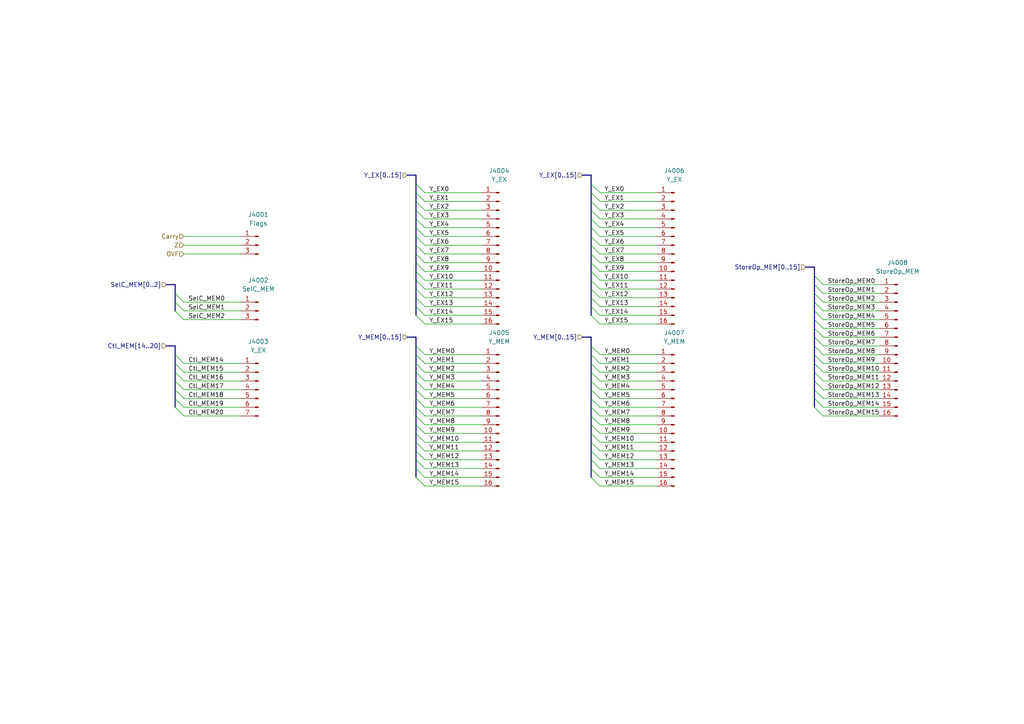
<source format=kicad_sch>
(kicad_sch (version 20211123) (generator eeschema)
  (paper "A4")
  (title_block (title "Turtle16: EX Module Outputs") (date "2022-04-13") (rev "A (7ac7a3cb)"))
  (lib_symbols
    (symbol "Connector:Conn_01x03_Male" (pin_names (offset 1.016) hide)
      (property "Reference" "J" (at 0 5.08 0))
      (property "Value" "Conn_01x03_Male" (at 0 -5.08 0))
      (symbol "Conn_01x03_Male_1_1"
        (polyline (pts (xy 1.27 -2.54) (xy 0.8636 -2.54)) (stroke (width 0.1524)))
        (polyline (pts (xy 1.27 0) (xy 0.8636 0)) (stroke (width 0.1524)))
        (polyline (pts (xy 1.27 2.54) (xy 0.8636 2.54)) (stroke (width 0.1524)))
        (rectangle (start 0.8636 -2.413) (end 0 -2.667) (stroke (width 0.1524)) (fill (type outline)))
        (rectangle (start 0.8636 0.127) (end 0 -0.127) (stroke (width 0.1524)) (fill (type outline)))
        (rectangle (start 0.8636 2.667) (end 0 2.413) (stroke (width 0.1524)) (fill (type outline)))
        (pin passive line (at 5.08 2.54 180) (length 3.81) (name "Pin_1") (number "1"))
        (pin passive line (at 5.08 0 180) (length 3.81) (name "Pin_2") (number "2"))
        (pin passive line (at 5.08 -2.54 180) (length 3.81) (name "Pin_3") (number "3"))
      )
    )
    (symbol "Connector:Conn_01x07_Male" (pin_names (offset 1.016) hide)
      (property "Reference" "J" (at 0 10.16 0))
      (property "Value" "Conn_01x07_Male" (at 0 -10.16 0))
      (symbol "Conn_01x07_Male_1_1"
        (polyline (pts (xy 1.27 -7.62) (xy 0.8636 -7.62)) (stroke (width 0.1524)))
        (polyline (pts (xy 1.27 -5.08) (xy 0.8636 -5.08)) (stroke (width 0.1524)))
        (polyline (pts (xy 1.27 -2.54) (xy 0.8636 -2.54)) (stroke (width 0.1524)))
        (polyline (pts (xy 1.27 0) (xy 0.8636 0)) (stroke (width 0.1524)))
        (polyline (pts (xy 1.27 2.54) (xy 0.8636 2.54)) (stroke (width 0.1524)))
        (polyline (pts (xy 1.27 5.08) (xy 0.8636 5.08)) (stroke (width 0.1524)))
        (polyline (pts (xy 1.27 7.62) (xy 0.8636 7.62)) (stroke (width 0.1524)))
        (rectangle (start 0.8636 -7.493) (end 0 -7.747) (stroke (width 0.1524)) (fill (type outline)))
        (rectangle (start 0.8636 -4.953) (end 0 -5.207) (stroke (width 0.1524)) (fill (type outline)))
        (rectangle (start 0.8636 -2.413) (end 0 -2.667) (stroke (width 0.1524)) (fill (type outline)))
        (rectangle (start 0.8636 0.127) (end 0 -0.127) (stroke (width 0.1524)) (fill (type outline)))
        (rectangle (start 0.8636 2.667) (end 0 2.413) (stroke (width 0.1524)) (fill (type outline)))
        (rectangle (start 0.8636 5.207) (end 0 4.953) (stroke (width 0.1524)) (fill (type outline)))
        (rectangle (start 0.8636 7.747) (end 0 7.493) (stroke (width 0.1524)) (fill (type outline)))
        (pin passive line (at 5.08 7.62 180) (length 3.81) (name "Pin_1") (number "1"))
        (pin passive line (at 5.08 5.08 180) (length 3.81) (name "Pin_2") (number "2"))
        (pin passive line (at 5.08 2.54 180) (length 3.81) (name "Pin_3") (number "3"))
        (pin passive line (at 5.08 0 180) (length 3.81) (name "Pin_4") (number "4"))
        (pin passive line (at 5.08 -2.54 180) (length 3.81) (name "Pin_5") (number "5"))
        (pin passive line (at 5.08 -5.08 180) (length 3.81) (name "Pin_6") (number "6"))
        (pin passive line (at 5.08 -7.62 180) (length 3.81) (name "Pin_7") (number "7"))
      )
    )
    (symbol "Connector:Conn_01x16_Male" (pin_names (offset 1.016) hide)
      (property "Reference" "J" (at 0 20.32 0))
      (property "Value" "Conn_01x16_Male" (at 0 -22.86 0))
      (symbol "Conn_01x16_Male_1_1"
        (polyline (pts (xy 1.27 -20.32) (xy 0.8636 -20.32)) (stroke (width 0.1524)))
        (polyline (pts (xy 1.27 -17.78) (xy 0.8636 -17.78)) (stroke (width 0.1524)))
        (polyline (pts (xy 1.27 -15.24) (xy 0.8636 -15.24)) (stroke (width 0.1524)))
        (polyline (pts (xy 1.27 -12.7) (xy 0.8636 -12.7)) (stroke (width 0.1524)))
        (polyline (pts (xy 1.27 -10.16) (xy 0.8636 -10.16)) (stroke (width 0.1524)))
        (polyline (pts (xy 1.27 -7.62) (xy 0.8636 -7.62)) (stroke (width 0.1524)))
        (polyline (pts (xy 1.27 -5.08) (xy 0.8636 -5.08)) (stroke (width 0.1524)))
        (polyline (pts (xy 1.27 -2.54) (xy 0.8636 -2.54)) (stroke (width 0.1524)))
        (polyline (pts (xy 1.27 0) (xy 0.8636 0)) (stroke (width 0.1524)))
        (polyline (pts (xy 1.27 2.54) (xy 0.8636 2.54)) (stroke (width 0.1524)))
        (polyline (pts (xy 1.27 5.08) (xy 0.8636 5.08)) (stroke (width 0.1524)))
        (polyline (pts (xy 1.27 7.62) (xy 0.8636 7.62)) (stroke (width 0.1524)))
        (polyline (pts (xy 1.27 10.16) (xy 0.8636 10.16)) (stroke (width 0.1524)))
        (polyline (pts (xy 1.27 12.7) (xy 0.8636 12.7)) (stroke (width 0.1524)))
        (polyline (pts (xy 1.27 15.24) (xy 0.8636 15.24)) (stroke (width 0.1524)))
        (polyline (pts (xy 1.27 17.78) (xy 0.8636 17.78)) (stroke (width 0.1524)))
        (rectangle (start 0.8636 -20.193) (end 0 -20.447) (stroke (width 0.1524)) (fill (type outline)))
        (rectangle (start 0.8636 -17.653) (end 0 -17.907) (stroke (width 0.1524)) (fill (type outline)))
        (rectangle (start 0.8636 -15.113) (end 0 -15.367) (stroke (width 0.1524)) (fill (type outline)))
        (rectangle (start 0.8636 -12.573) (end 0 -12.827) (stroke (width 0.1524)) (fill (type outline)))
        (rectangle (start 0.8636 -10.033) (end 0 -10.287) (stroke (width 0.1524)) (fill (type outline)))
        (rectangle (start 0.8636 -7.493) (end 0 -7.747) (stroke (width 0.1524)) (fill (type outline)))
        (rectangle (start 0.8636 -4.953) (end 0 -5.207) (stroke (width 0.1524)) (fill (type outline)))
        (rectangle (start 0.8636 -2.413) (end 0 -2.667) (stroke (width 0.1524)) (fill (type outline)))
        (rectangle (start 0.8636 0.127) (end 0 -0.127) (stroke (width 0.1524)) (fill (type outline)))
        (rectangle (start 0.8636 2.667) (end 0 2.413) (stroke (width 0.1524)) (fill (type outline)))
        (rectangle (start 0.8636 5.207) (end 0 4.953) (stroke (width 0.1524)) (fill (type outline)))
        (rectangle (start 0.8636 7.747) (end 0 7.493) (stroke (width 0.1524)) (fill (type outline)))
        (rectangle (start 0.8636 10.287) (end 0 10.033) (stroke (width 0.1524)) (fill (type outline)))
        (rectangle (start 0.8636 12.827) (end 0 12.573) (stroke (width 0.1524)) (fill (type outline)))
        (rectangle (start 0.8636 15.367) (end 0 15.113) (stroke (width 0.1524)) (fill (type outline)))
        (rectangle (start 0.8636 17.907) (end 0 17.653) (stroke (width 0.1524)) (fill (type outline)))
        (pin passive line (at 5.08 17.78 180) (length 3.81) (name "Pin_1") (number "1"))
        (pin passive line (at 5.08 -5.08 180) (length 3.81) (name "Pin_10") (number "10"))
        (pin passive line (at 5.08 -7.62 180) (length 3.81) (name "Pin_11") (number "11"))
        (pin passive line (at 5.08 -10.16 180) (length 3.81) (name "Pin_12") (number "12"))
        (pin passive line (at 5.08 -12.7 180) (length 3.81) (name "Pin_13") (number "13"))
        (pin passive line (at 5.08 -15.24 180) (length 3.81) (name "Pin_14") (number "14"))
        (pin passive line (at 5.08 -17.78 180) (length 3.81) (name "Pin_15") (number "15"))
        (pin passive line (at 5.08 -20.32 180) (length 3.81) (name "Pin_16") (number "16"))
        (pin passive line (at 5.08 15.24 180) (length 3.81) (name "Pin_2") (number "2"))
        (pin passive line (at 5.08 12.7 180) (length 3.81) (name "Pin_3") (number "3"))
        (pin passive line (at 5.08 10.16 180) (length 3.81) (name "Pin_4") (number "4"))
        (pin passive line (at 5.08 7.62 180) (length 3.81) (name "Pin_5") (number "5"))
        (pin passive line (at 5.08 5.08 180) (length 3.81) (name "Pin_6") (number "6"))
        (pin passive line (at 5.08 2.54 180) (length 3.81) (name "Pin_7") (number "7"))
        (pin passive line (at 5.08 0 180) (length 3.81) (name "Pin_8") (number "8"))
        (pin passive line (at 5.08 -2.54 180) (length 3.81) (name "Pin_9") (number "9"))
      )
    )
  )
  (bus_entry (at 50.8 102.87) (size 2.54 2.54))
  (bus_entry (at 171.45 135.89) (size 2.54 2.54))
  (bus_entry (at 236.22 107.95) (size 2.54 2.54))
  (bus_entry (at 171.45 91.44) (size 2.54 2.54))
  (bus_entry (at 236.22 90.17) (size 2.54 2.54))
  (bus_entry (at 120.65 110.49) (size 2.54 2.54))
  (bus_entry (at 171.45 78.74) (size 2.54 2.54))
  (bus_entry (at 236.22 80.01) (size 2.54 2.54))
  (bus_entry (at 236.22 100.33) (size 2.54 2.54))
  (bus_entry (at 120.65 105.41) (size 2.54 2.54))
  (bus_entry (at 120.65 60.96) (size 2.54 2.54))
  (bus_entry (at 120.65 63.5) (size 2.54 2.54))
  (bus_entry (at 120.65 81.28) (size 2.54 2.54))
  (bus_entry (at 236.22 102.87) (size 2.54 2.54))
  (bus_entry (at 171.45 58.42) (size 2.54 2.54))
  (bus_entry (at 120.65 78.74) (size 2.54 2.54))
  (bus_entry (at 236.22 97.79) (size 2.54 2.54))
  (bus_entry (at 171.45 123.19) (size 2.54 2.54))
  (bus_entry (at 50.8 90.17) (size 2.54 2.54))
  (bus_entry (at 120.65 91.44) (size 2.54 2.54))
  (bus_entry (at 120.65 53.34) (size 2.54 2.54))
  (bus_entry (at 171.45 71.12) (size 2.54 2.54))
  (bus_entry (at 236.22 85.09) (size 2.54 2.54))
  (bus_entry (at 120.65 83.82) (size 2.54 2.54))
  (bus_entry (at 120.65 66.04) (size 2.54 2.54))
  (bus_entry (at 236.22 87.63) (size 2.54 2.54))
  (bus_entry (at 120.65 100.33) (size 2.54 2.54))
  (bus_entry (at 120.65 76.2) (size 2.54 2.54))
  (bus_entry (at 171.45 118.11) (size 2.54 2.54))
  (bus_entry (at 171.45 130.81) (size 2.54 2.54))
  (bus_entry (at 171.45 105.41) (size 2.54 2.54))
  (bus_entry (at 50.8 105.41) (size 2.54 2.54))
  (bus_entry (at 171.45 88.9) (size 2.54 2.54))
  (bus_entry (at 171.45 73.66) (size 2.54 2.54))
  (bus_entry (at 171.45 66.04) (size 2.54 2.54))
  (bus_entry (at 171.45 53.34) (size 2.54 2.54))
  (bus_entry (at 236.22 105.41) (size 2.54 2.54))
  (bus_entry (at 120.65 55.88) (size 2.54 2.54))
  (bus_entry (at 120.65 128.27) (size 2.54 2.54))
  (bus_entry (at 50.8 115.57) (size 2.54 2.54))
  (bus_entry (at 171.45 86.36) (size 2.54 2.54))
  (bus_entry (at 171.45 81.28) (size 2.54 2.54))
  (bus_entry (at 171.45 100.33) (size 2.54 2.54))
  (bus_entry (at 120.65 86.36) (size 2.54 2.54))
  (bus_entry (at 50.8 87.63) (size 2.54 2.54))
  (bus_entry (at 120.65 107.95) (size 2.54 2.54))
  (bus_entry (at 120.65 120.65) (size 2.54 2.54))
  (bus_entry (at 171.45 102.87) (size 2.54 2.54))
  (bus_entry (at 236.22 115.57) (size 2.54 2.54))
  (bus_entry (at 50.8 85.09) (size 2.54 2.54))
  (bus_entry (at 171.45 115.57) (size 2.54 2.54))
  (bus_entry (at 236.22 95.25) (size 2.54 2.54))
  (bus_entry (at 171.45 133.35) (size 2.54 2.54))
  (bus_entry (at 171.45 68.58) (size 2.54 2.54))
  (bus_entry (at 50.8 118.11) (size 2.54 2.54))
  (bus_entry (at 171.45 110.49) (size 2.54 2.54))
  (bus_entry (at 171.45 128.27) (size 2.54 2.54))
  (bus_entry (at 50.8 110.49) (size 2.54 2.54))
  (bus_entry (at 120.65 138.43) (size 2.54 2.54))
  (bus_entry (at 171.45 138.43) (size 2.54 2.54))
  (bus_entry (at 236.22 110.49) (size 2.54 2.54))
  (bus_entry (at 50.8 113.03) (size 2.54 2.54))
  (bus_entry (at 120.65 113.03) (size 2.54 2.54))
  (bus_entry (at 236.22 118.11) (size 2.54 2.54))
  (bus_entry (at 120.65 58.42) (size 2.54 2.54))
  (bus_entry (at 171.45 63.5) (size 2.54 2.54))
  (bus_entry (at 120.65 123.19) (size 2.54 2.54))
  (bus_entry (at 120.65 71.12) (size 2.54 2.54))
  (bus_entry (at 171.45 120.65) (size 2.54 2.54))
  (bus_entry (at 120.65 118.11) (size 2.54 2.54))
  (bus_entry (at 120.65 115.57) (size 2.54 2.54))
  (bus_entry (at 50.8 107.95) (size 2.54 2.54))
  (bus_entry (at 120.65 88.9) (size 2.54 2.54))
  (bus_entry (at 236.22 113.03) (size 2.54 2.54))
  (bus_entry (at 171.45 60.96) (size 2.54 2.54))
  (bus_entry (at 171.45 83.82) (size 2.54 2.54))
  (bus_entry (at 236.22 82.55) (size 2.54 2.54))
  (bus_entry (at 171.45 125.73) (size 2.54 2.54))
  (bus_entry (at 120.65 73.66) (size 2.54 2.54))
  (bus_entry (at 236.22 92.71) (size 2.54 2.54))
  (bus_entry (at 120.65 125.73) (size 2.54 2.54))
  (bus_entry (at 171.45 76.2) (size 2.54 2.54))
  (bus_entry (at 120.65 133.35) (size 2.54 2.54))
  (bus_entry (at 171.45 55.88) (size 2.54 2.54))
  (bus_entry (at 120.65 68.58) (size 2.54 2.54))
  (bus_entry (at 171.45 113.03) (size 2.54 2.54))
  (bus_entry (at 120.65 130.81) (size 2.54 2.54))
  (bus_entry (at 171.45 107.95) (size 2.54 2.54))
  (bus_entry (at 120.65 135.89) (size 2.54 2.54))
  (bus_entry (at 120.65 102.87) (size 2.54 2.54))
  (bus (pts (xy 120.65 55.88) (xy 120.65 58.42)))
  (wire (pts (xy 173.99 88.9) (xy 190.5 88.9)))
  (bus (pts (xy 171.45 63.5) (xy 171.45 66.04)))
  (wire (pts (xy 123.19 86.36) (xy 139.7 86.36)))
  (wire (pts (xy 173.99 60.96) (xy 190.5 60.96)))
  (wire (pts (xy 173.99 86.36) (xy 190.5 86.36)))
  (bus (pts (xy 120.65 105.41) (xy 120.65 107.95)))
  (wire (pts (xy 173.99 76.2) (xy 190.5 76.2)))
  (bus (pts (xy 236.22 92.71) (xy 236.22 95.25)))
  (bus (pts (xy 120.65 110.49) (xy 120.65 113.03)))
  (bus (pts (xy 120.65 133.35) (xy 120.65 135.89)))
  (wire (pts (xy 123.19 78.74) (xy 139.7 78.74)))
  (bus (pts (xy 236.22 102.87) (xy 236.22 105.41)))
  (wire (pts (xy 173.99 73.66) (xy 190.5 73.66)))
  (wire (pts (xy 123.19 81.28) (xy 139.7 81.28)))
  (wire (pts (xy 53.34 68.58) (xy 69.85 68.58)))
  (wire (pts (xy 123.19 66.04) (xy 139.7 66.04)))
  (wire (pts (xy 123.19 88.9) (xy 139.7 88.9)))
  (bus (pts (xy 171.45 60.96) (xy 171.45 63.5)))
  (wire (pts (xy 123.19 102.87) (xy 139.7 102.87)))
  (bus (pts (xy 50.8 85.09) (xy 50.8 87.63)))
  (wire (pts (xy 53.34 92.71) (xy 69.85 92.71)))
  (bus (pts (xy 236.22 90.17) (xy 236.22 92.71)))
  (bus (pts (xy 120.65 130.81) (xy 120.65 133.35)))
  (bus (pts (xy 171.45 135.89) (xy 171.45 138.43)))
  (wire (pts (xy 238.76 110.49) (xy 255.27 110.49)))
  (wire (pts (xy 173.99 78.74) (xy 190.5 78.74)))
  (bus (pts (xy 171.45 113.03) (xy 171.45 115.57)))
  (wire (pts (xy 238.76 118.11) (xy 255.27 118.11)))
  (bus (pts (xy 236.22 95.25) (xy 236.22 97.79)))
  (bus (pts (xy 118.11 97.79) (xy 120.65 97.79)))
  (wire (pts (xy 123.19 91.44) (xy 139.7 91.44)))
  (wire (pts (xy 123.19 130.81) (xy 139.7 130.81)))
  (bus (pts (xy 171.45 97.79) (xy 171.45 100.33)))
  (wire (pts (xy 173.99 118.11) (xy 190.5 118.11)))
  (wire (pts (xy 173.99 93.98) (xy 190.5 93.98)))
  (wire (pts (xy 123.19 120.65) (xy 139.7 120.65)))
  (wire (pts (xy 173.99 130.81) (xy 190.5 130.81)))
  (wire (pts (xy 238.76 115.57) (xy 255.27 115.57)))
  (bus (pts (xy 233.68 77.47) (xy 236.22 77.47)))
  (bus (pts (xy 171.45 130.81) (xy 171.45 133.35)))
  (bus (pts (xy 50.8 82.55) (xy 50.8 85.09)))
  (wire (pts (xy 53.34 87.63) (xy 69.85 87.63)))
  (wire (pts (xy 238.76 82.55) (xy 255.27 82.55)))
  (wire (pts (xy 238.76 90.17) (xy 255.27 90.17)))
  (bus (pts (xy 236.22 107.95) (xy 236.22 110.49)))
  (wire (pts (xy 238.76 102.87) (xy 255.27 102.87)))
  (wire (pts (xy 238.76 100.33) (xy 255.27 100.33)))
  (wire (pts (xy 53.34 120.65) (xy 69.85 120.65)))
  (wire (pts (xy 123.19 71.12) (xy 139.7 71.12)))
  (wire (pts (xy 123.19 118.11) (xy 139.7 118.11)))
  (wire (pts (xy 173.99 81.28) (xy 190.5 81.28)))
  (wire (pts (xy 238.76 107.95) (xy 255.27 107.95)))
  (bus (pts (xy 120.65 71.12) (xy 120.65 73.66)))
  (wire (pts (xy 53.34 118.11) (xy 69.85 118.11)))
  (wire (pts (xy 123.19 115.57) (xy 139.7 115.57)))
  (bus (pts (xy 236.22 82.55) (xy 236.22 85.09)))
  (bus (pts (xy 50.8 115.57) (xy 50.8 118.11)))
  (wire (pts (xy 173.99 140.97) (xy 190.5 140.97)))
  (bus (pts (xy 171.45 133.35) (xy 171.45 135.89)))
  (wire (pts (xy 238.76 95.25) (xy 255.27 95.25)))
  (wire (pts (xy 173.99 123.19) (xy 190.5 123.19)))
  (wire (pts (xy 123.19 63.5) (xy 139.7 63.5)))
  (bus (pts (xy 120.65 97.79) (xy 120.65 100.33)))
  (bus (pts (xy 50.8 107.95) (xy 50.8 110.49)))
  (bus (pts (xy 171.45 100.33) (xy 171.45 102.87)))
  (wire (pts (xy 173.99 133.35) (xy 190.5 133.35)))
  (wire (pts (xy 53.34 107.95) (xy 69.85 107.95)))
  (bus (pts (xy 171.45 81.28) (xy 171.45 83.82)))
  (bus (pts (xy 171.45 105.41) (xy 171.45 107.95)))
  (wire (pts (xy 53.34 115.57) (xy 69.85 115.57)))
  (wire (pts (xy 238.76 85.09) (xy 255.27 85.09)))
  (bus (pts (xy 236.22 85.09) (xy 236.22 87.63)))
  (bus (pts (xy 50.8 100.33) (xy 50.8 102.87)))
  (wire (pts (xy 238.76 97.79) (xy 255.27 97.79)))
  (bus (pts (xy 171.45 125.73) (xy 171.45 128.27)))
  (bus (pts (xy 120.65 123.19) (xy 120.65 125.73)))
  (bus (pts (xy 236.22 113.03) (xy 236.22 115.57)))
  (wire (pts (xy 173.99 71.12) (xy 190.5 71.12)))
  (bus (pts (xy 171.45 58.42) (xy 171.45 60.96)))
  (bus (pts (xy 171.45 120.65) (xy 171.45 123.19)))
  (bus (pts (xy 120.65 76.2) (xy 120.65 78.74)))
  (bus (pts (xy 120.65 68.58) (xy 120.65 71.12)))
  (wire (pts (xy 173.99 68.58) (xy 190.5 68.58)))
  (bus (pts (xy 171.45 118.11) (xy 171.45 120.65)))
  (wire (pts (xy 123.19 138.43) (xy 139.7 138.43)))
  (wire (pts (xy 53.34 71.12) (xy 69.85 71.12)))
  (wire (pts (xy 123.19 83.82) (xy 139.7 83.82)))
  (wire (pts (xy 123.19 60.96) (xy 139.7 60.96)))
  (bus (pts (xy 171.45 78.74) (xy 171.45 81.28)))
  (bus (pts (xy 48.26 82.55) (xy 50.8 82.55)))
  (bus (pts (xy 236.22 115.57) (xy 236.22 118.11)))
  (bus (pts (xy 120.65 115.57) (xy 120.65 118.11)))
  (bus (pts (xy 236.22 80.01) (xy 236.22 82.55)))
  (wire (pts (xy 123.19 55.88) (xy 139.7 55.88)))
  (bus (pts (xy 120.65 78.74) (xy 120.65 81.28)))
  (bus (pts (xy 236.22 87.63) (xy 236.22 90.17)))
  (bus (pts (xy 168.91 50.8) (xy 171.45 50.8)))
  (wire (pts (xy 173.99 125.73) (xy 190.5 125.73)))
  (bus (pts (xy 50.8 113.03) (xy 50.8 115.57)))
  (bus (pts (xy 171.45 55.88) (xy 171.45 58.42)))
  (wire (pts (xy 53.34 110.49) (xy 69.85 110.49)))
  (wire (pts (xy 123.19 73.66) (xy 139.7 73.66)))
  (wire (pts (xy 173.99 128.27) (xy 190.5 128.27)))
  (bus (pts (xy 171.45 76.2) (xy 171.45 78.74)))
  (bus (pts (xy 120.65 118.11) (xy 120.65 120.65)))
  (bus (pts (xy 120.65 83.82) (xy 120.65 86.36)))
  (wire (pts (xy 123.19 133.35) (xy 139.7 133.35)))
  (bus (pts (xy 171.45 73.66) (xy 171.45 76.2)))
  (wire (pts (xy 123.19 93.98) (xy 139.7 93.98)))
  (wire (pts (xy 53.34 113.03) (xy 69.85 113.03)))
  (wire (pts (xy 173.99 83.82) (xy 190.5 83.82)))
  (wire (pts (xy 53.34 90.17) (xy 69.85 90.17)))
  (wire (pts (xy 123.19 140.97) (xy 139.7 140.97)))
  (bus (pts (xy 120.65 66.04) (xy 120.65 68.58)))
  (bus (pts (xy 171.45 86.36) (xy 171.45 88.9)))
  (bus (pts (xy 236.22 97.79) (xy 236.22 100.33)))
  (wire (pts (xy 123.19 135.89) (xy 139.7 135.89)))
  (bus (pts (xy 236.22 77.47) (xy 236.22 80.01)))
  (wire (pts (xy 173.99 105.41) (xy 190.5 105.41)))
  (bus (pts (xy 120.65 53.34) (xy 120.65 55.88)))
  (bus (pts (xy 171.45 68.58) (xy 171.45 71.12)))
  (wire (pts (xy 123.19 128.27) (xy 139.7 128.27)))
  (bus (pts (xy 171.45 102.87) (xy 171.45 105.41)))
  (wire (pts (xy 173.99 135.89) (xy 190.5 135.89)))
  (wire (pts (xy 123.19 110.49) (xy 139.7 110.49)))
  (wire (pts (xy 173.99 66.04) (xy 190.5 66.04)))
  (bus (pts (xy 120.65 107.95) (xy 120.65 110.49)))
  (wire (pts (xy 123.19 76.2) (xy 139.7 76.2)))
  (wire (pts (xy 173.99 63.5) (xy 190.5 63.5)))
  (bus (pts (xy 171.45 107.95) (xy 171.45 110.49)))
  (wire (pts (xy 123.19 113.03) (xy 139.7 113.03)))
  (wire (pts (xy 238.76 87.63) (xy 255.27 87.63)))
  (wire (pts (xy 173.99 113.03) (xy 190.5 113.03)))
  (bus (pts (xy 236.22 110.49) (xy 236.22 113.03)))
  (bus (pts (xy 120.65 120.65) (xy 120.65 123.19)))
  (wire (pts (xy 173.99 55.88) (xy 190.5 55.88)))
  (wire (pts (xy 173.99 58.42) (xy 190.5 58.42)))
  (bus (pts (xy 171.45 123.19) (xy 171.45 125.73)))
  (bus (pts (xy 171.45 66.04) (xy 171.45 68.58)))
  (bus (pts (xy 171.45 110.49) (xy 171.45 113.03)))
  (wire (pts (xy 173.99 138.43) (xy 190.5 138.43)))
  (wire (pts (xy 238.76 92.71) (xy 255.27 92.71)))
  (wire (pts (xy 123.19 107.95) (xy 139.7 107.95)))
  (bus (pts (xy 120.65 81.28) (xy 120.65 83.82)))
  (bus (pts (xy 50.8 105.41) (xy 50.8 107.95)))
  (bus (pts (xy 120.65 128.27) (xy 120.65 130.81)))
  (wire (pts (xy 173.99 107.95) (xy 190.5 107.95)))
  (bus (pts (xy 120.65 135.89) (xy 120.65 138.43)))
  (bus (pts (xy 48.26 100.33) (xy 50.8 100.33)))
  (wire (pts (xy 173.99 102.87) (xy 190.5 102.87)))
  (bus (pts (xy 50.8 110.49) (xy 50.8 113.03)))
  (bus (pts (xy 236.22 100.33) (xy 236.22 102.87)))
  (wire (pts (xy 173.99 120.65) (xy 190.5 120.65)))
  (wire (pts (xy 173.99 115.57) (xy 190.5 115.57)))
  (bus (pts (xy 120.65 100.33) (xy 120.65 102.87)))
  (bus (pts (xy 120.65 60.96) (xy 120.65 63.5)))
  (wire (pts (xy 53.34 73.66) (xy 69.85 73.66)))
  (wire (pts (xy 53.34 105.41) (xy 69.85 105.41)))
  (wire (pts (xy 173.99 110.49) (xy 190.5 110.49)))
  (wire (pts (xy 173.99 91.44) (xy 190.5 91.44)))
  (wire (pts (xy 123.19 68.58) (xy 139.7 68.58)))
  (bus (pts (xy 171.45 53.34) (xy 171.45 55.88)))
  (bus (pts (xy 118.11 50.8) (xy 120.65 50.8)))
  (bus (pts (xy 168.91 97.79) (xy 171.45 97.79)))
  (bus (pts (xy 171.45 88.9) (xy 171.45 91.44)))
  (bus (pts (xy 236.22 105.41) (xy 236.22 107.95)))
  (wire (pts (xy 238.76 120.65) (xy 255.27 120.65)))
  (bus (pts (xy 120.65 73.66) (xy 120.65 76.2)))
  (bus (pts (xy 171.45 71.12) (xy 171.45 73.66)))
  (bus (pts (xy 171.45 128.27) (xy 171.45 130.81)))
  (bus (pts (xy 120.65 113.03) (xy 120.65 115.57)))
  (wire (pts (xy 123.19 105.41) (xy 139.7 105.41)))
  (bus (pts (xy 120.65 63.5) (xy 120.65 66.04)))
  (wire (pts (xy 123.19 125.73) (xy 139.7 125.73)))
  (wire (pts (xy 238.76 113.03) (xy 255.27 113.03)))
  (bus (pts (xy 120.65 102.87) (xy 120.65 105.41)))
  (wire (pts (xy 238.76 105.41) (xy 255.27 105.41)))
  (wire (pts (xy 123.19 123.19) (xy 139.7 123.19)))
  (wire (pts (xy 123.19 58.42) (xy 139.7 58.42)))
  (bus (pts (xy 50.8 102.87) (xy 50.8 105.41)))
  (bus (pts (xy 171.45 115.57) (xy 171.45 118.11)))
  (bus (pts (xy 171.45 83.82) (xy 171.45 86.36)))
  (bus (pts (xy 171.45 50.8) (xy 171.45 53.34)))
  (bus (pts (xy 120.65 125.73) (xy 120.65 128.27)))
  (bus (pts (xy 120.65 58.42) (xy 120.65 60.96)))
  (bus (pts (xy 50.8 87.63) (xy 50.8 90.17)))
  (bus (pts (xy 120.65 50.8) (xy 120.65 53.34)))
  (bus (pts (xy 120.65 86.36) (xy 120.65 88.9)))
  (bus (pts (xy 120.65 88.9) (xy 120.65 91.44)))
  (label "Y_EX2" (at 175.26 60.96 0))
  (label "Y_EX8" (at 175.26 76.2 0))
  (label "Y_EX10" (at 124.46 81.28 0))
  (label "Y_EX12" (at 175.26 86.36 0))
  (label "Ctl_MEM20" (at 54.61 120.65 0))
  (label "Y_MEM3" (at 175.26 110.49 0))
  (label "Y_EX0" (at 175.26 55.88 0))
  (label "StoreOp_MEM1" (at 240.03 85.09 0))
  (label "Y_MEM4" (at 175.26 113.03 0))
  (label "Y_EX8" (at 124.46 76.2 0))
  (label "Y_EX5" (at 175.26 68.58 0))
  (label "Ctl_MEM16" (at 54.61 110.49 0))
  (label "Y_MEM11" (at 175.26 130.81 0))
  (label "Y_EX6" (at 124.46 71.12 0))
  (label "SelC_MEM0" (at 54.61 87.63 0))
  (label "Y_EX4" (at 124.46 66.04 0))
  (label "Y_EX3" (at 124.46 63.5 0))
  (label "Y_MEM3" (at 124.46 110.49 0))
  (label "Y_MEM12" (at 175.26 133.35 0))
  (label "Y_MEM15" (at 124.46 140.97 0))
  (label "Y_MEM8" (at 175.26 123.19 0))
  (label "Y_EX13" (at 124.46 88.9 0))
  (label "StoreOp_MEM8" (at 240.03 102.87 0))
  (label "Y_EX15" (at 175.26 93.98 0))
  (label "StoreOp_MEM12" (at 240.03 113.03 0))
  (label "Y_EX1" (at 175.26 58.42 0))
  (label "Y_MEM5" (at 175.26 115.57 0))
  (label "Y_MEM2" (at 124.46 107.95 0))
  (label "StoreOp_MEM2" (at 240.03 87.63 0))
  (label "StoreOp_MEM4" (at 240.03 92.71 0))
  (label "Y_MEM13" (at 175.26 135.89 0))
  (label "StoreOp_MEM0" (at 240.03 82.55 0))
  (label "Y_MEM2" (at 175.26 107.95 0))
  (label "Y_MEM11" (at 124.46 130.81 0))
  (label "StoreOp_MEM10" (at 240.03 107.95 0))
  (label "Y_MEM0" (at 124.46 102.87 0))
  (label "StoreOp_MEM13" (at 240.03 115.57 0))
  (label "Y_EX7" (at 124.46 73.66 0))
  (label "StoreOp_MEM11" (at 240.03 110.49 0))
  (label "Y_MEM14" (at 124.46 138.43 0))
  (label "Y_EX12" (at 124.46 86.36 0))
  (label "Y_EX4" (at 175.26 66.04 0))
  (label "Y_EX7" (at 175.26 73.66 0))
  (label "Y_EX14" (at 124.46 91.44 0))
  (label "Y_EX9" (at 175.26 78.74 0))
  (label "Y_EX10" (at 175.26 81.28 0))
  (label "StoreOp_MEM14" (at 240.03 118.11 0))
  (label "Ctl_MEM19" (at 54.61 118.11 0))
  (label "StoreOp_MEM5" (at 240.03 95.25 0))
  (label "Y_MEM4" (at 124.46 113.03 0))
  (label "Y_EX15" (at 124.46 93.98 0))
  (label "Y_MEM13" (at 124.46 135.89 0))
  (label "SelC_MEM2" (at 54.61 92.71 0))
  (label "StoreOp_MEM6" (at 240.03 97.79 0))
  (label "Y_MEM8" (at 124.46 123.19 0))
  (label "SelC_MEM1" (at 54.61 90.17 0))
  (label "Y_MEM9" (at 175.26 125.73 0))
  (label "Y_EX9" (at 124.46 78.74 0))
  (label "Y_EX1" (at 124.46 58.42 0))
  (label "Y_MEM7" (at 175.26 120.65 0))
  (label "Y_MEM15" (at 175.26 140.97 0))
  (label "Y_EX6" (at 175.26 71.12 0))
  (label "Y_MEM1" (at 124.46 105.41 0))
  (label "Y_MEM14" (at 175.26 138.43 0))
  (label "Y_EX11" (at 175.26 83.82 0))
  (label "Y_EX0" (at 124.46 55.88 0))
  (label "StoreOp_MEM3" (at 240.03 90.17 0))
  (label "Y_MEM7" (at 124.46 120.65 0))
  (label "Ctl_MEM17" (at 54.61 113.03 0))
  (label "Y_MEM1" (at 175.26 105.41 0))
  (label "StoreOp_MEM9" (at 240.03 105.41 0))
  (label "Y_EX2" (at 124.46 60.96 0))
  (label "StoreOp_MEM15" (at 240.03 120.65 0))
  (label "Y_MEM6" (at 175.26 118.11 0))
  (label "Y_EX3" (at 175.26 63.5 0))
  (label "Y_MEM10" (at 175.26 128.27 0))
  (label "Y_MEM0" (at 175.26 102.87 0))
  (label "StoreOp_MEM7" (at 240.03 100.33 0))
  (label "Y_MEM12" (at 124.46 133.35 0))
  (label "Y_EX11" (at 124.46 83.82 0))
  (label "Y_MEM6" (at 124.46 118.11 0))
  (label "Y_EX5" (at 124.46 68.58 0))
  (label "Ctl_MEM15" (at 54.61 107.95 0))
  (label "Y_MEM9" (at 124.46 125.73 0))
  (label "Y_MEM10" (at 124.46 128.27 0))
  (label "Y_MEM5" (at 124.46 115.57 0))
  (label "Y_EX13" (at 175.26 88.9 0))
  (label "Y_EX14" (at 175.26 91.44 0))
  (label "Ctl_MEM14" (at 54.61 105.41 0))
  (label "Ctl_MEM18" (at 54.61 115.57 0))
  (hierarchical_label "Y_MEM[0..15]" (shape input) (at 118.11 97.79 180))
  (hierarchical_label "Carry" (shape input) (at 53.34 68.58 180))
  (hierarchical_label "StoreOp_MEM[0..15]" (shape input) (at 233.68 77.47 180))
  (hierarchical_label "Z" (shape input) (at 53.34 71.12 180))
  (hierarchical_label "Y_EX[0..15]" (shape input) (at 168.91 50.8 180))
  (hierarchical_label "Y_EX[0..15]" (shape input) (at 118.11 50.8 180))
  (hierarchical_label "SelC_MEM[0..2]" (shape input) (at 48.26 82.55 180))
  (hierarchical_label "OVF" (shape input) (at 53.34 73.66 180))
  (hierarchical_label "Y_MEM[0..15]" (shape input) (at 168.91 97.79 180))
  (hierarchical_label "Ctl_MEM[14..20]" (shape input) (at 48.26 100.33 180))
  (symbol (lib_id "Connector:Conn_01x03_Male") (at 74.93 71.12 0) (mirror y) (unit 1)
    (property "Reference" "J4001" (at 74.93 62.23 0))
    (property "Value" "Flags" (at 74.93 64.77 0))
    (property "Footprint" "Connector_PinHeader_2.54mm:PinHeader_1x03_P2.54mm_Vertical" (effects hide))
  )
  (symbol (lib_id "Connector:Conn_01x03_Male") (at 74.93 90.17 0) (mirror y) (unit 1)
    (property "Reference" "J4002" (at 74.93 81.28 0))
    (property "Value" "SelC_MEM" (at 74.93 83.82 0))
    (property "Footprint" "Connector_PinHeader_2.54mm:PinHeader_1x03_P2.54mm_Vertical" (effects hide))
  )
  (symbol (lib_id "Connector:Conn_01x16_Male") (at 144.78 120.65 0) (mirror y) (unit 1)
    (property "Reference" "J4005" (at 144.78 96.52 0))
    (property "Value" "Y_MEM" (at 144.78 99.06 0))
    (property "Footprint" "Connector_PinHeader_2.54mm:PinHeader_1x16_P2.54mm_Vertical" (effects hide))
  )
  (symbol (lib_id "Connector:Conn_01x07_Male") (at 74.93 113.03 0) (mirror y) (unit 1)
    (property "Reference" "J4003" (at 74.93 99.06 0))
    (property "Value" "Y_EX" (at 74.93 101.6 0))
    (property "Footprint" "Connector_PinHeader_2.54mm:PinHeader_1x07_P2.54mm_Vertical" (effects hide))
  )
  (symbol (lib_id "Connector:Conn_01x16_Male") (at 195.58 120.65 0) (mirror y) (unit 1)
    (property "Reference" "J4007" (at 195.58 96.52 0))
    (property "Value" "Y_MEM" (at 195.58 99.06 0))
    (property "Footprint" "Connector_PinHeader_2.54mm:PinHeader_1x16_P2.54mm_Vertical" (effects hide))
  )
  (symbol (lib_id "Connector:Conn_01x16_Male") (at 195.58 73.66 0) (mirror y) (unit 1)
    (property "Reference" "J4006" (at 195.58 49.53 0))
    (property "Value" "Y_EX" (at 195.58 52.07 0))
    (property "Footprint" "Connector_PinHeader_2.54mm:PinHeader_1x16_P2.54mm_Vertical" (effects hide))
  )
  (symbol (lib_id "Connector:Conn_01x16_Male") (at 144.78 73.66 0) (mirror y) (unit 1)
    (property "Reference" "J4004" (at 144.78 49.53 0))
    (property "Value" "Y_EX" (at 144.78 52.07 0))
    (property "Footprint" "Connector_PinHeader_2.54mm:PinHeader_1x16_P2.54mm_Vertical" (effects hide))
  )
  (symbol (lib_id "Connector:Conn_01x16_Male") (at 260.35 100.33 0) (mirror y) (unit 1)
    (property "Reference" "J4008" (at 260.35 76.2 0))
    (property "Value" "StoreOp_MEM" (at 260.35 78.74 0))
    (property "Footprint" "Connector_PinHeader_2.54mm:PinHeader_1x16_P2.54mm_Vertical" (effects hide))
  )
)
</source>
